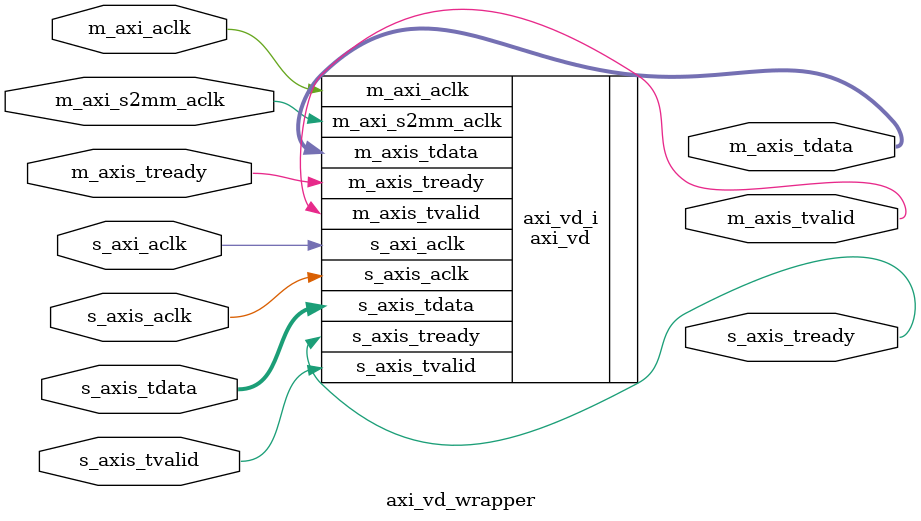
<source format=v>
`timescale 1 ps / 1 ps

module axi_vd_wrapper
   (m_axi_aclk,
    m_axi_s2mm_aclk,
    m_axis_tdata,
    m_axis_tready,
    m_axis_tvalid,
    s_axi_aclk,
    s_axis_aclk,
    s_axis_tdata,
    s_axis_tready,
    s_axis_tvalid);
  input m_axi_aclk;
  input m_axi_s2mm_aclk;
  output [31:0]m_axis_tdata;
  input m_axis_tready;
  output m_axis_tvalid;
  input s_axi_aclk;
  input s_axis_aclk;
  input [31:0]s_axis_tdata;
  output s_axis_tready;
  input s_axis_tvalid;

  wire m_axi_aclk;
  wire m_axi_s2mm_aclk;
  wire [31:0]m_axis_tdata;
  wire m_axis_tready;
  wire m_axis_tvalid;
  wire s_axi_aclk;
  wire s_axis_aclk;
  wire [31:0]s_axis_tdata;
  wire s_axis_tready;
  wire s_axis_tvalid;

  axi_vd axi_vd_i
       (.m_axi_aclk(m_axi_aclk),
        .m_axi_s2mm_aclk(m_axi_s2mm_aclk),
        .m_axis_tdata(m_axis_tdata),
        .m_axis_tready(m_axis_tready),
        .m_axis_tvalid(m_axis_tvalid),
        .s_axi_aclk(s_axi_aclk),
        .s_axis_aclk(s_axis_aclk),
        .s_axis_tdata(s_axis_tdata),
        .s_axis_tready(s_axis_tready),
        .s_axis_tvalid(s_axis_tvalid));
endmodule

</source>
